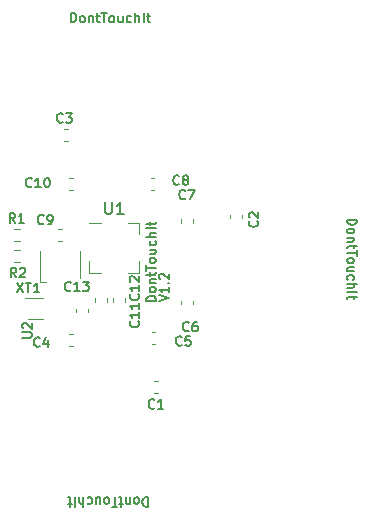
<source format=gbr>
%TF.GenerationSoftware,KiCad,Pcbnew,7.0.5-4d25ed1034~172~ubuntu22.04.1*%
%TF.CreationDate,2023-06-17T18:52:52+02:00*%
%TF.ProjectId,donttouchit,646f6e74-746f-4756-9368-69742e6b6963,rev?*%
%TF.SameCoordinates,Original*%
%TF.FileFunction,Legend,Top*%
%TF.FilePolarity,Positive*%
%FSLAX46Y46*%
G04 Gerber Fmt 4.6, Leading zero omitted, Abs format (unit mm)*
G04 Created by KiCad (PCBNEW 7.0.5-4d25ed1034~172~ubuntu22.04.1) date 2023-06-17 18:52:52*
%MOMM*%
%LPD*%
G01*
G04 APERTURE LIST*
%ADD10C,0.150000*%
%ADD11C,0.120000*%
G04 APERTURE END LIST*
D10*
X141389160Y-62294295D02*
X141389160Y-61494295D01*
X141389160Y-61494295D02*
X141579636Y-61494295D01*
X141579636Y-61494295D02*
X141693922Y-61532390D01*
X141693922Y-61532390D02*
X141770112Y-61608580D01*
X141770112Y-61608580D02*
X141808207Y-61684771D01*
X141808207Y-61684771D02*
X141846303Y-61837152D01*
X141846303Y-61837152D02*
X141846303Y-61951438D01*
X141846303Y-61951438D02*
X141808207Y-62103819D01*
X141808207Y-62103819D02*
X141770112Y-62180009D01*
X141770112Y-62180009D02*
X141693922Y-62256200D01*
X141693922Y-62256200D02*
X141579636Y-62294295D01*
X141579636Y-62294295D02*
X141389160Y-62294295D01*
X142303445Y-62294295D02*
X142227255Y-62256200D01*
X142227255Y-62256200D02*
X142189160Y-62218104D01*
X142189160Y-62218104D02*
X142151064Y-62141914D01*
X142151064Y-62141914D02*
X142151064Y-61913342D01*
X142151064Y-61913342D02*
X142189160Y-61837152D01*
X142189160Y-61837152D02*
X142227255Y-61799057D01*
X142227255Y-61799057D02*
X142303445Y-61760961D01*
X142303445Y-61760961D02*
X142417731Y-61760961D01*
X142417731Y-61760961D02*
X142493922Y-61799057D01*
X142493922Y-61799057D02*
X142532017Y-61837152D01*
X142532017Y-61837152D02*
X142570112Y-61913342D01*
X142570112Y-61913342D02*
X142570112Y-62141914D01*
X142570112Y-62141914D02*
X142532017Y-62218104D01*
X142532017Y-62218104D02*
X142493922Y-62256200D01*
X142493922Y-62256200D02*
X142417731Y-62294295D01*
X142417731Y-62294295D02*
X142303445Y-62294295D01*
X142912970Y-61760961D02*
X142912970Y-62294295D01*
X142912970Y-61837152D02*
X142951065Y-61799057D01*
X142951065Y-61799057D02*
X143027255Y-61760961D01*
X143027255Y-61760961D02*
X143141541Y-61760961D01*
X143141541Y-61760961D02*
X143217732Y-61799057D01*
X143217732Y-61799057D02*
X143255827Y-61875247D01*
X143255827Y-61875247D02*
X143255827Y-62294295D01*
X143522494Y-61760961D02*
X143827256Y-61760961D01*
X143636780Y-61494295D02*
X143636780Y-62180009D01*
X143636780Y-62180009D02*
X143674875Y-62256200D01*
X143674875Y-62256200D02*
X143751065Y-62294295D01*
X143751065Y-62294295D02*
X143827256Y-62294295D01*
X143979637Y-61494295D02*
X144436780Y-61494295D01*
X144208208Y-62294295D02*
X144208208Y-61494295D01*
X144817732Y-62294295D02*
X144741542Y-62256200D01*
X144741542Y-62256200D02*
X144703447Y-62218104D01*
X144703447Y-62218104D02*
X144665351Y-62141914D01*
X144665351Y-62141914D02*
X144665351Y-61913342D01*
X144665351Y-61913342D02*
X144703447Y-61837152D01*
X144703447Y-61837152D02*
X144741542Y-61799057D01*
X144741542Y-61799057D02*
X144817732Y-61760961D01*
X144817732Y-61760961D02*
X144932018Y-61760961D01*
X144932018Y-61760961D02*
X145008209Y-61799057D01*
X145008209Y-61799057D02*
X145046304Y-61837152D01*
X145046304Y-61837152D02*
X145084399Y-61913342D01*
X145084399Y-61913342D02*
X145084399Y-62141914D01*
X145084399Y-62141914D02*
X145046304Y-62218104D01*
X145046304Y-62218104D02*
X145008209Y-62256200D01*
X145008209Y-62256200D02*
X144932018Y-62294295D01*
X144932018Y-62294295D02*
X144817732Y-62294295D01*
X145770114Y-61760961D02*
X145770114Y-62294295D01*
X145427257Y-61760961D02*
X145427257Y-62180009D01*
X145427257Y-62180009D02*
X145465352Y-62256200D01*
X145465352Y-62256200D02*
X145541542Y-62294295D01*
X145541542Y-62294295D02*
X145655828Y-62294295D01*
X145655828Y-62294295D02*
X145732019Y-62256200D01*
X145732019Y-62256200D02*
X145770114Y-62218104D01*
X146493924Y-62256200D02*
X146417733Y-62294295D01*
X146417733Y-62294295D02*
X146265352Y-62294295D01*
X146265352Y-62294295D02*
X146189162Y-62256200D01*
X146189162Y-62256200D02*
X146151067Y-62218104D01*
X146151067Y-62218104D02*
X146112971Y-62141914D01*
X146112971Y-62141914D02*
X146112971Y-61913342D01*
X146112971Y-61913342D02*
X146151067Y-61837152D01*
X146151067Y-61837152D02*
X146189162Y-61799057D01*
X146189162Y-61799057D02*
X146265352Y-61760961D01*
X146265352Y-61760961D02*
X146417733Y-61760961D01*
X146417733Y-61760961D02*
X146493924Y-61799057D01*
X146836781Y-62294295D02*
X146836781Y-61494295D01*
X147179638Y-62294295D02*
X147179638Y-61875247D01*
X147179638Y-61875247D02*
X147141543Y-61799057D01*
X147141543Y-61799057D02*
X147065352Y-61760961D01*
X147065352Y-61760961D02*
X146951066Y-61760961D01*
X146951066Y-61760961D02*
X146874876Y-61799057D01*
X146874876Y-61799057D02*
X146836781Y-61837152D01*
X147560591Y-62294295D02*
X147560591Y-61494295D01*
X147827257Y-61760961D02*
X148132019Y-61760961D01*
X147941543Y-61494295D02*
X147941543Y-62180009D01*
X147941543Y-62180009D02*
X147979638Y-62256200D01*
X147979638Y-62256200D02*
X148055828Y-62294295D01*
X148055828Y-62294295D02*
X148132019Y-62294295D01*
X148894295Y-85925125D02*
X149694295Y-85658458D01*
X149694295Y-85658458D02*
X148894295Y-85391792D01*
X149694295Y-84706078D02*
X149694295Y-85163221D01*
X149694295Y-84934649D02*
X148894295Y-84934649D01*
X148894295Y-84934649D02*
X149008580Y-85010840D01*
X149008580Y-85010840D02*
X149084771Y-85087030D01*
X149084771Y-85087030D02*
X149122866Y-85163221D01*
X149618104Y-84363220D02*
X149656200Y-84325125D01*
X149656200Y-84325125D02*
X149694295Y-84363220D01*
X149694295Y-84363220D02*
X149656200Y-84401316D01*
X149656200Y-84401316D02*
X149618104Y-84363220D01*
X149618104Y-84363220D02*
X149694295Y-84363220D01*
X148970485Y-84020364D02*
X148932390Y-83982268D01*
X148932390Y-83982268D02*
X148894295Y-83906078D01*
X148894295Y-83906078D02*
X148894295Y-83715602D01*
X148894295Y-83715602D02*
X148932390Y-83639411D01*
X148932390Y-83639411D02*
X148970485Y-83601316D01*
X148970485Y-83601316D02*
X149046676Y-83563221D01*
X149046676Y-83563221D02*
X149122866Y-83563221D01*
X149122866Y-83563221D02*
X149237152Y-83601316D01*
X149237152Y-83601316D02*
X149694295Y-84058459D01*
X149694295Y-84058459D02*
X149694295Y-83563221D01*
X147910839Y-102505704D02*
X147910839Y-103305704D01*
X147910839Y-103305704D02*
X147720363Y-103305704D01*
X147720363Y-103305704D02*
X147606077Y-103267609D01*
X147606077Y-103267609D02*
X147529887Y-103191419D01*
X147529887Y-103191419D02*
X147491792Y-103115228D01*
X147491792Y-103115228D02*
X147453696Y-102962847D01*
X147453696Y-102962847D02*
X147453696Y-102848561D01*
X147453696Y-102848561D02*
X147491792Y-102696180D01*
X147491792Y-102696180D02*
X147529887Y-102619990D01*
X147529887Y-102619990D02*
X147606077Y-102543800D01*
X147606077Y-102543800D02*
X147720363Y-102505704D01*
X147720363Y-102505704D02*
X147910839Y-102505704D01*
X146996554Y-102505704D02*
X147072744Y-102543800D01*
X147072744Y-102543800D02*
X147110839Y-102581895D01*
X147110839Y-102581895D02*
X147148935Y-102658085D01*
X147148935Y-102658085D02*
X147148935Y-102886657D01*
X147148935Y-102886657D02*
X147110839Y-102962847D01*
X147110839Y-102962847D02*
X147072744Y-103000942D01*
X147072744Y-103000942D02*
X146996554Y-103039038D01*
X146996554Y-103039038D02*
X146882268Y-103039038D01*
X146882268Y-103039038D02*
X146806077Y-103000942D01*
X146806077Y-103000942D02*
X146767982Y-102962847D01*
X146767982Y-102962847D02*
X146729887Y-102886657D01*
X146729887Y-102886657D02*
X146729887Y-102658085D01*
X146729887Y-102658085D02*
X146767982Y-102581895D01*
X146767982Y-102581895D02*
X146806077Y-102543800D01*
X146806077Y-102543800D02*
X146882268Y-102505704D01*
X146882268Y-102505704D02*
X146996554Y-102505704D01*
X146387029Y-103039038D02*
X146387029Y-102505704D01*
X146387029Y-102962847D02*
X146348934Y-103000942D01*
X146348934Y-103000942D02*
X146272744Y-103039038D01*
X146272744Y-103039038D02*
X146158458Y-103039038D01*
X146158458Y-103039038D02*
X146082267Y-103000942D01*
X146082267Y-103000942D02*
X146044172Y-102924752D01*
X146044172Y-102924752D02*
X146044172Y-102505704D01*
X145777505Y-103039038D02*
X145472743Y-103039038D01*
X145663219Y-103305704D02*
X145663219Y-102619990D01*
X145663219Y-102619990D02*
X145625124Y-102543800D01*
X145625124Y-102543800D02*
X145548934Y-102505704D01*
X145548934Y-102505704D02*
X145472743Y-102505704D01*
X145320362Y-103305704D02*
X144863219Y-103305704D01*
X145091791Y-102505704D02*
X145091791Y-103305704D01*
X144482267Y-102505704D02*
X144558457Y-102543800D01*
X144558457Y-102543800D02*
X144596552Y-102581895D01*
X144596552Y-102581895D02*
X144634648Y-102658085D01*
X144634648Y-102658085D02*
X144634648Y-102886657D01*
X144634648Y-102886657D02*
X144596552Y-102962847D01*
X144596552Y-102962847D02*
X144558457Y-103000942D01*
X144558457Y-103000942D02*
X144482267Y-103039038D01*
X144482267Y-103039038D02*
X144367981Y-103039038D01*
X144367981Y-103039038D02*
X144291790Y-103000942D01*
X144291790Y-103000942D02*
X144253695Y-102962847D01*
X144253695Y-102962847D02*
X144215600Y-102886657D01*
X144215600Y-102886657D02*
X144215600Y-102658085D01*
X144215600Y-102658085D02*
X144253695Y-102581895D01*
X144253695Y-102581895D02*
X144291790Y-102543800D01*
X144291790Y-102543800D02*
X144367981Y-102505704D01*
X144367981Y-102505704D02*
X144482267Y-102505704D01*
X143529885Y-103039038D02*
X143529885Y-102505704D01*
X143872742Y-103039038D02*
X143872742Y-102619990D01*
X143872742Y-102619990D02*
X143834647Y-102543800D01*
X143834647Y-102543800D02*
X143758457Y-102505704D01*
X143758457Y-102505704D02*
X143644171Y-102505704D01*
X143644171Y-102505704D02*
X143567980Y-102543800D01*
X143567980Y-102543800D02*
X143529885Y-102581895D01*
X142806075Y-102543800D02*
X142882266Y-102505704D01*
X142882266Y-102505704D02*
X143034647Y-102505704D01*
X143034647Y-102505704D02*
X143110837Y-102543800D01*
X143110837Y-102543800D02*
X143148932Y-102581895D01*
X143148932Y-102581895D02*
X143187028Y-102658085D01*
X143187028Y-102658085D02*
X143187028Y-102886657D01*
X143187028Y-102886657D02*
X143148932Y-102962847D01*
X143148932Y-102962847D02*
X143110837Y-103000942D01*
X143110837Y-103000942D02*
X143034647Y-103039038D01*
X143034647Y-103039038D02*
X142882266Y-103039038D01*
X142882266Y-103039038D02*
X142806075Y-103000942D01*
X142463218Y-102505704D02*
X142463218Y-103305704D01*
X142120361Y-102505704D02*
X142120361Y-102924752D01*
X142120361Y-102924752D02*
X142158456Y-103000942D01*
X142158456Y-103000942D02*
X142234647Y-103039038D01*
X142234647Y-103039038D02*
X142348933Y-103039038D01*
X142348933Y-103039038D02*
X142425123Y-103000942D01*
X142425123Y-103000942D02*
X142463218Y-102962847D01*
X141739408Y-102505704D02*
X141739408Y-103305704D01*
X141472742Y-103039038D02*
X141167980Y-103039038D01*
X141358456Y-103305704D02*
X141358456Y-102619990D01*
X141358456Y-102619990D02*
X141320361Y-102543800D01*
X141320361Y-102543800D02*
X141244171Y-102505704D01*
X141244171Y-102505704D02*
X141167980Y-102505704D01*
X164805704Y-78989160D02*
X165605704Y-78989160D01*
X165605704Y-78989160D02*
X165605704Y-79179636D01*
X165605704Y-79179636D02*
X165567609Y-79293922D01*
X165567609Y-79293922D02*
X165491419Y-79370112D01*
X165491419Y-79370112D02*
X165415228Y-79408207D01*
X165415228Y-79408207D02*
X165262847Y-79446303D01*
X165262847Y-79446303D02*
X165148561Y-79446303D01*
X165148561Y-79446303D02*
X164996180Y-79408207D01*
X164996180Y-79408207D02*
X164919990Y-79370112D01*
X164919990Y-79370112D02*
X164843800Y-79293922D01*
X164843800Y-79293922D02*
X164805704Y-79179636D01*
X164805704Y-79179636D02*
X164805704Y-78989160D01*
X164805704Y-79903445D02*
X164843800Y-79827255D01*
X164843800Y-79827255D02*
X164881895Y-79789160D01*
X164881895Y-79789160D02*
X164958085Y-79751064D01*
X164958085Y-79751064D02*
X165186657Y-79751064D01*
X165186657Y-79751064D02*
X165262847Y-79789160D01*
X165262847Y-79789160D02*
X165300942Y-79827255D01*
X165300942Y-79827255D02*
X165339038Y-79903445D01*
X165339038Y-79903445D02*
X165339038Y-80017731D01*
X165339038Y-80017731D02*
X165300942Y-80093922D01*
X165300942Y-80093922D02*
X165262847Y-80132017D01*
X165262847Y-80132017D02*
X165186657Y-80170112D01*
X165186657Y-80170112D02*
X164958085Y-80170112D01*
X164958085Y-80170112D02*
X164881895Y-80132017D01*
X164881895Y-80132017D02*
X164843800Y-80093922D01*
X164843800Y-80093922D02*
X164805704Y-80017731D01*
X164805704Y-80017731D02*
X164805704Y-79903445D01*
X165339038Y-80512970D02*
X164805704Y-80512970D01*
X165262847Y-80512970D02*
X165300942Y-80551065D01*
X165300942Y-80551065D02*
X165339038Y-80627255D01*
X165339038Y-80627255D02*
X165339038Y-80741541D01*
X165339038Y-80741541D02*
X165300942Y-80817732D01*
X165300942Y-80817732D02*
X165224752Y-80855827D01*
X165224752Y-80855827D02*
X164805704Y-80855827D01*
X165339038Y-81122494D02*
X165339038Y-81427256D01*
X165605704Y-81236780D02*
X164919990Y-81236780D01*
X164919990Y-81236780D02*
X164843800Y-81274875D01*
X164843800Y-81274875D02*
X164805704Y-81351065D01*
X164805704Y-81351065D02*
X164805704Y-81427256D01*
X165605704Y-81579637D02*
X165605704Y-82036780D01*
X164805704Y-81808208D02*
X165605704Y-81808208D01*
X164805704Y-82417732D02*
X164843800Y-82341542D01*
X164843800Y-82341542D02*
X164881895Y-82303447D01*
X164881895Y-82303447D02*
X164958085Y-82265351D01*
X164958085Y-82265351D02*
X165186657Y-82265351D01*
X165186657Y-82265351D02*
X165262847Y-82303447D01*
X165262847Y-82303447D02*
X165300942Y-82341542D01*
X165300942Y-82341542D02*
X165339038Y-82417732D01*
X165339038Y-82417732D02*
X165339038Y-82532018D01*
X165339038Y-82532018D02*
X165300942Y-82608209D01*
X165300942Y-82608209D02*
X165262847Y-82646304D01*
X165262847Y-82646304D02*
X165186657Y-82684399D01*
X165186657Y-82684399D02*
X164958085Y-82684399D01*
X164958085Y-82684399D02*
X164881895Y-82646304D01*
X164881895Y-82646304D02*
X164843800Y-82608209D01*
X164843800Y-82608209D02*
X164805704Y-82532018D01*
X164805704Y-82532018D02*
X164805704Y-82417732D01*
X165339038Y-83370114D02*
X164805704Y-83370114D01*
X165339038Y-83027257D02*
X164919990Y-83027257D01*
X164919990Y-83027257D02*
X164843800Y-83065352D01*
X164843800Y-83065352D02*
X164805704Y-83141542D01*
X164805704Y-83141542D02*
X164805704Y-83255828D01*
X164805704Y-83255828D02*
X164843800Y-83332019D01*
X164843800Y-83332019D02*
X164881895Y-83370114D01*
X164843800Y-84093924D02*
X164805704Y-84017733D01*
X164805704Y-84017733D02*
X164805704Y-83865352D01*
X164805704Y-83865352D02*
X164843800Y-83789162D01*
X164843800Y-83789162D02*
X164881895Y-83751067D01*
X164881895Y-83751067D02*
X164958085Y-83712971D01*
X164958085Y-83712971D02*
X165186657Y-83712971D01*
X165186657Y-83712971D02*
X165262847Y-83751067D01*
X165262847Y-83751067D02*
X165300942Y-83789162D01*
X165300942Y-83789162D02*
X165339038Y-83865352D01*
X165339038Y-83865352D02*
X165339038Y-84017733D01*
X165339038Y-84017733D02*
X165300942Y-84093924D01*
X164805704Y-84436781D02*
X165605704Y-84436781D01*
X164805704Y-84779638D02*
X165224752Y-84779638D01*
X165224752Y-84779638D02*
X165300942Y-84741543D01*
X165300942Y-84741543D02*
X165339038Y-84665352D01*
X165339038Y-84665352D02*
X165339038Y-84551066D01*
X165339038Y-84551066D02*
X165300942Y-84474876D01*
X165300942Y-84474876D02*
X165262847Y-84436781D01*
X164805704Y-85160591D02*
X165605704Y-85160591D01*
X165339038Y-85427257D02*
X165339038Y-85732019D01*
X165605704Y-85541543D02*
X164919990Y-85541543D01*
X164919990Y-85541543D02*
X164843800Y-85579638D01*
X164843800Y-85579638D02*
X164805704Y-85655828D01*
X164805704Y-85655828D02*
X164805704Y-85732019D01*
X148594295Y-85910839D02*
X147794295Y-85910839D01*
X147794295Y-85910839D02*
X147794295Y-85720363D01*
X147794295Y-85720363D02*
X147832390Y-85606077D01*
X147832390Y-85606077D02*
X147908580Y-85529887D01*
X147908580Y-85529887D02*
X147984771Y-85491792D01*
X147984771Y-85491792D02*
X148137152Y-85453696D01*
X148137152Y-85453696D02*
X148251438Y-85453696D01*
X148251438Y-85453696D02*
X148403819Y-85491792D01*
X148403819Y-85491792D02*
X148480009Y-85529887D01*
X148480009Y-85529887D02*
X148556200Y-85606077D01*
X148556200Y-85606077D02*
X148594295Y-85720363D01*
X148594295Y-85720363D02*
X148594295Y-85910839D01*
X148594295Y-84996554D02*
X148556200Y-85072744D01*
X148556200Y-85072744D02*
X148518104Y-85110839D01*
X148518104Y-85110839D02*
X148441914Y-85148935D01*
X148441914Y-85148935D02*
X148213342Y-85148935D01*
X148213342Y-85148935D02*
X148137152Y-85110839D01*
X148137152Y-85110839D02*
X148099057Y-85072744D01*
X148099057Y-85072744D02*
X148060961Y-84996554D01*
X148060961Y-84996554D02*
X148060961Y-84882268D01*
X148060961Y-84882268D02*
X148099057Y-84806077D01*
X148099057Y-84806077D02*
X148137152Y-84767982D01*
X148137152Y-84767982D02*
X148213342Y-84729887D01*
X148213342Y-84729887D02*
X148441914Y-84729887D01*
X148441914Y-84729887D02*
X148518104Y-84767982D01*
X148518104Y-84767982D02*
X148556200Y-84806077D01*
X148556200Y-84806077D02*
X148594295Y-84882268D01*
X148594295Y-84882268D02*
X148594295Y-84996554D01*
X148060961Y-84387029D02*
X148594295Y-84387029D01*
X148137152Y-84387029D02*
X148099057Y-84348934D01*
X148099057Y-84348934D02*
X148060961Y-84272744D01*
X148060961Y-84272744D02*
X148060961Y-84158458D01*
X148060961Y-84158458D02*
X148099057Y-84082267D01*
X148099057Y-84082267D02*
X148175247Y-84044172D01*
X148175247Y-84044172D02*
X148594295Y-84044172D01*
X148060961Y-83777505D02*
X148060961Y-83472743D01*
X147794295Y-83663219D02*
X148480009Y-83663219D01*
X148480009Y-83663219D02*
X148556200Y-83625124D01*
X148556200Y-83625124D02*
X148594295Y-83548934D01*
X148594295Y-83548934D02*
X148594295Y-83472743D01*
X147794295Y-83320362D02*
X147794295Y-82863219D01*
X148594295Y-83091791D02*
X147794295Y-83091791D01*
X148594295Y-82482267D02*
X148556200Y-82558457D01*
X148556200Y-82558457D02*
X148518104Y-82596552D01*
X148518104Y-82596552D02*
X148441914Y-82634648D01*
X148441914Y-82634648D02*
X148213342Y-82634648D01*
X148213342Y-82634648D02*
X148137152Y-82596552D01*
X148137152Y-82596552D02*
X148099057Y-82558457D01*
X148099057Y-82558457D02*
X148060961Y-82482267D01*
X148060961Y-82482267D02*
X148060961Y-82367981D01*
X148060961Y-82367981D02*
X148099057Y-82291790D01*
X148099057Y-82291790D02*
X148137152Y-82253695D01*
X148137152Y-82253695D02*
X148213342Y-82215600D01*
X148213342Y-82215600D02*
X148441914Y-82215600D01*
X148441914Y-82215600D02*
X148518104Y-82253695D01*
X148518104Y-82253695D02*
X148556200Y-82291790D01*
X148556200Y-82291790D02*
X148594295Y-82367981D01*
X148594295Y-82367981D02*
X148594295Y-82482267D01*
X148060961Y-81529885D02*
X148594295Y-81529885D01*
X148060961Y-81872742D02*
X148480009Y-81872742D01*
X148480009Y-81872742D02*
X148556200Y-81834647D01*
X148556200Y-81834647D02*
X148594295Y-81758457D01*
X148594295Y-81758457D02*
X148594295Y-81644171D01*
X148594295Y-81644171D02*
X148556200Y-81567980D01*
X148556200Y-81567980D02*
X148518104Y-81529885D01*
X148556200Y-80806075D02*
X148594295Y-80882266D01*
X148594295Y-80882266D02*
X148594295Y-81034647D01*
X148594295Y-81034647D02*
X148556200Y-81110837D01*
X148556200Y-81110837D02*
X148518104Y-81148932D01*
X148518104Y-81148932D02*
X148441914Y-81187028D01*
X148441914Y-81187028D02*
X148213342Y-81187028D01*
X148213342Y-81187028D02*
X148137152Y-81148932D01*
X148137152Y-81148932D02*
X148099057Y-81110837D01*
X148099057Y-81110837D02*
X148060961Y-81034647D01*
X148060961Y-81034647D02*
X148060961Y-80882266D01*
X148060961Y-80882266D02*
X148099057Y-80806075D01*
X148594295Y-80463218D02*
X147794295Y-80463218D01*
X148594295Y-80120361D02*
X148175247Y-80120361D01*
X148175247Y-80120361D02*
X148099057Y-80158456D01*
X148099057Y-80158456D02*
X148060961Y-80234647D01*
X148060961Y-80234647D02*
X148060961Y-80348933D01*
X148060961Y-80348933D02*
X148099057Y-80425123D01*
X148099057Y-80425123D02*
X148137152Y-80463218D01*
X148594295Y-79739408D02*
X147794295Y-79739408D01*
X148060961Y-79472742D02*
X148060961Y-79167980D01*
X147794295Y-79358456D02*
X148480009Y-79358456D01*
X148480009Y-79358456D02*
X148556200Y-79320361D01*
X148556200Y-79320361D02*
X148594295Y-79244171D01*
X148594295Y-79244171D02*
X148594295Y-79167980D01*
%TO.C,U1*%
X144300595Y-77522319D02*
X144300595Y-78331842D01*
X144300595Y-78331842D02*
X144348214Y-78427080D01*
X144348214Y-78427080D02*
X144395833Y-78474700D01*
X144395833Y-78474700D02*
X144491071Y-78522319D01*
X144491071Y-78522319D02*
X144681547Y-78522319D01*
X144681547Y-78522319D02*
X144776785Y-78474700D01*
X144776785Y-78474700D02*
X144824404Y-78427080D01*
X144824404Y-78427080D02*
X144872023Y-78331842D01*
X144872023Y-78331842D02*
X144872023Y-77522319D01*
X145872023Y-78522319D02*
X145300595Y-78522319D01*
X145586309Y-78522319D02*
X145586309Y-77522319D01*
X145586309Y-77522319D02*
X145491071Y-77665176D01*
X145491071Y-77665176D02*
X145395833Y-77760414D01*
X145395833Y-77760414D02*
X145300595Y-77808033D01*
%TO.C,C3*%
X140720400Y-70706104D02*
X140682304Y-70744200D01*
X140682304Y-70744200D02*
X140568019Y-70782295D01*
X140568019Y-70782295D02*
X140491828Y-70782295D01*
X140491828Y-70782295D02*
X140377542Y-70744200D01*
X140377542Y-70744200D02*
X140301352Y-70668009D01*
X140301352Y-70668009D02*
X140263257Y-70591819D01*
X140263257Y-70591819D02*
X140225161Y-70439438D01*
X140225161Y-70439438D02*
X140225161Y-70325152D01*
X140225161Y-70325152D02*
X140263257Y-70172771D01*
X140263257Y-70172771D02*
X140301352Y-70096580D01*
X140301352Y-70096580D02*
X140377542Y-70020390D01*
X140377542Y-70020390D02*
X140491828Y-69982295D01*
X140491828Y-69982295D02*
X140568019Y-69982295D01*
X140568019Y-69982295D02*
X140682304Y-70020390D01*
X140682304Y-70020390D02*
X140720400Y-70058485D01*
X140987066Y-69982295D02*
X141482304Y-69982295D01*
X141482304Y-69982295D02*
X141215638Y-70287057D01*
X141215638Y-70287057D02*
X141329923Y-70287057D01*
X141329923Y-70287057D02*
X141406114Y-70325152D01*
X141406114Y-70325152D02*
X141444209Y-70363247D01*
X141444209Y-70363247D02*
X141482304Y-70439438D01*
X141482304Y-70439438D02*
X141482304Y-70629914D01*
X141482304Y-70629914D02*
X141444209Y-70706104D01*
X141444209Y-70706104D02*
X141406114Y-70744200D01*
X141406114Y-70744200D02*
X141329923Y-70782295D01*
X141329923Y-70782295D02*
X141101352Y-70782295D01*
X141101352Y-70782295D02*
X141025161Y-70744200D01*
X141025161Y-70744200D02*
X140987066Y-70706104D01*
%TO.C,XT1*%
X136847618Y-84362295D02*
X137380952Y-85162295D01*
X137380952Y-84362295D02*
X136847618Y-85162295D01*
X137571428Y-84362295D02*
X138028571Y-84362295D01*
X137799999Y-85162295D02*
X137799999Y-84362295D01*
X138714285Y-85162295D02*
X138257142Y-85162295D01*
X138485714Y-85162295D02*
X138485714Y-84362295D01*
X138485714Y-84362295D02*
X138409523Y-84476580D01*
X138409523Y-84476580D02*
X138333333Y-84552771D01*
X138333333Y-84552771D02*
X138257142Y-84590866D01*
%TO.C,C1*%
X148466667Y-94916104D02*
X148428571Y-94954200D01*
X148428571Y-94954200D02*
X148314286Y-94992295D01*
X148314286Y-94992295D02*
X148238095Y-94992295D01*
X148238095Y-94992295D02*
X148123809Y-94954200D01*
X148123809Y-94954200D02*
X148047619Y-94878009D01*
X148047619Y-94878009D02*
X148009524Y-94801819D01*
X148009524Y-94801819D02*
X147971428Y-94649438D01*
X147971428Y-94649438D02*
X147971428Y-94535152D01*
X147971428Y-94535152D02*
X148009524Y-94382771D01*
X148009524Y-94382771D02*
X148047619Y-94306580D01*
X148047619Y-94306580D02*
X148123809Y-94230390D01*
X148123809Y-94230390D02*
X148238095Y-94192295D01*
X148238095Y-94192295D02*
X148314286Y-94192295D01*
X148314286Y-94192295D02*
X148428571Y-94230390D01*
X148428571Y-94230390D02*
X148466667Y-94268485D01*
X149228571Y-94992295D02*
X148771428Y-94992295D01*
X149000000Y-94992295D02*
X149000000Y-94192295D01*
X149000000Y-94192295D02*
X148923809Y-94306580D01*
X148923809Y-94306580D02*
X148847619Y-94382771D01*
X148847619Y-94382771D02*
X148771428Y-94420866D01*
%TO.C,C10*%
X138085714Y-76186104D02*
X138047618Y-76224200D01*
X138047618Y-76224200D02*
X137933333Y-76262295D01*
X137933333Y-76262295D02*
X137857142Y-76262295D01*
X137857142Y-76262295D02*
X137742856Y-76224200D01*
X137742856Y-76224200D02*
X137666666Y-76148009D01*
X137666666Y-76148009D02*
X137628571Y-76071819D01*
X137628571Y-76071819D02*
X137590475Y-75919438D01*
X137590475Y-75919438D02*
X137590475Y-75805152D01*
X137590475Y-75805152D02*
X137628571Y-75652771D01*
X137628571Y-75652771D02*
X137666666Y-75576580D01*
X137666666Y-75576580D02*
X137742856Y-75500390D01*
X137742856Y-75500390D02*
X137857142Y-75462295D01*
X137857142Y-75462295D02*
X137933333Y-75462295D01*
X137933333Y-75462295D02*
X138047618Y-75500390D01*
X138047618Y-75500390D02*
X138085714Y-75538485D01*
X138847618Y-76262295D02*
X138390475Y-76262295D01*
X138619047Y-76262295D02*
X138619047Y-75462295D01*
X138619047Y-75462295D02*
X138542856Y-75576580D01*
X138542856Y-75576580D02*
X138466666Y-75652771D01*
X138466666Y-75652771D02*
X138390475Y-75690866D01*
X139342857Y-75462295D02*
X139419047Y-75462295D01*
X139419047Y-75462295D02*
X139495238Y-75500390D01*
X139495238Y-75500390D02*
X139533333Y-75538485D01*
X139533333Y-75538485D02*
X139571428Y-75614676D01*
X139571428Y-75614676D02*
X139609523Y-75767057D01*
X139609523Y-75767057D02*
X139609523Y-75957533D01*
X139609523Y-75957533D02*
X139571428Y-76109914D01*
X139571428Y-76109914D02*
X139533333Y-76186104D01*
X139533333Y-76186104D02*
X139495238Y-76224200D01*
X139495238Y-76224200D02*
X139419047Y-76262295D01*
X139419047Y-76262295D02*
X139342857Y-76262295D01*
X139342857Y-76262295D02*
X139266666Y-76224200D01*
X139266666Y-76224200D02*
X139228571Y-76186104D01*
X139228571Y-76186104D02*
X139190476Y-76109914D01*
X139190476Y-76109914D02*
X139152380Y-75957533D01*
X139152380Y-75957533D02*
X139152380Y-75767057D01*
X139152380Y-75767057D02*
X139190476Y-75614676D01*
X139190476Y-75614676D02*
X139228571Y-75538485D01*
X139228571Y-75538485D02*
X139266666Y-75500390D01*
X139266666Y-75500390D02*
X139342857Y-75462295D01*
%TO.C,C6*%
X151366667Y-88386104D02*
X151328571Y-88424200D01*
X151328571Y-88424200D02*
X151214286Y-88462295D01*
X151214286Y-88462295D02*
X151138095Y-88462295D01*
X151138095Y-88462295D02*
X151023809Y-88424200D01*
X151023809Y-88424200D02*
X150947619Y-88348009D01*
X150947619Y-88348009D02*
X150909524Y-88271819D01*
X150909524Y-88271819D02*
X150871428Y-88119438D01*
X150871428Y-88119438D02*
X150871428Y-88005152D01*
X150871428Y-88005152D02*
X150909524Y-87852771D01*
X150909524Y-87852771D02*
X150947619Y-87776580D01*
X150947619Y-87776580D02*
X151023809Y-87700390D01*
X151023809Y-87700390D02*
X151138095Y-87662295D01*
X151138095Y-87662295D02*
X151214286Y-87662295D01*
X151214286Y-87662295D02*
X151328571Y-87700390D01*
X151328571Y-87700390D02*
X151366667Y-87738485D01*
X152052381Y-87662295D02*
X151900000Y-87662295D01*
X151900000Y-87662295D02*
X151823809Y-87700390D01*
X151823809Y-87700390D02*
X151785714Y-87738485D01*
X151785714Y-87738485D02*
X151709524Y-87852771D01*
X151709524Y-87852771D02*
X151671428Y-88005152D01*
X151671428Y-88005152D02*
X151671428Y-88309914D01*
X151671428Y-88309914D02*
X151709524Y-88386104D01*
X151709524Y-88386104D02*
X151747619Y-88424200D01*
X151747619Y-88424200D02*
X151823809Y-88462295D01*
X151823809Y-88462295D02*
X151976190Y-88462295D01*
X151976190Y-88462295D02*
X152052381Y-88424200D01*
X152052381Y-88424200D02*
X152090476Y-88386104D01*
X152090476Y-88386104D02*
X152128571Y-88309914D01*
X152128571Y-88309914D02*
X152128571Y-88119438D01*
X152128571Y-88119438D02*
X152090476Y-88043247D01*
X152090476Y-88043247D02*
X152052381Y-88005152D01*
X152052381Y-88005152D02*
X151976190Y-87967057D01*
X151976190Y-87967057D02*
X151823809Y-87967057D01*
X151823809Y-87967057D02*
X151747619Y-88005152D01*
X151747619Y-88005152D02*
X151709524Y-88043247D01*
X151709524Y-88043247D02*
X151671428Y-88119438D01*
%TO.C,C2*%
X157186104Y-79123332D02*
X157224200Y-79161428D01*
X157224200Y-79161428D02*
X157262295Y-79275713D01*
X157262295Y-79275713D02*
X157262295Y-79351904D01*
X157262295Y-79351904D02*
X157224200Y-79466190D01*
X157224200Y-79466190D02*
X157148009Y-79542380D01*
X157148009Y-79542380D02*
X157071819Y-79580475D01*
X157071819Y-79580475D02*
X156919438Y-79618571D01*
X156919438Y-79618571D02*
X156805152Y-79618571D01*
X156805152Y-79618571D02*
X156652771Y-79580475D01*
X156652771Y-79580475D02*
X156576580Y-79542380D01*
X156576580Y-79542380D02*
X156500390Y-79466190D01*
X156500390Y-79466190D02*
X156462295Y-79351904D01*
X156462295Y-79351904D02*
X156462295Y-79275713D01*
X156462295Y-79275713D02*
X156500390Y-79161428D01*
X156500390Y-79161428D02*
X156538485Y-79123332D01*
X156538485Y-78818571D02*
X156500390Y-78780475D01*
X156500390Y-78780475D02*
X156462295Y-78704285D01*
X156462295Y-78704285D02*
X156462295Y-78513809D01*
X156462295Y-78513809D02*
X156500390Y-78437618D01*
X156500390Y-78437618D02*
X156538485Y-78399523D01*
X156538485Y-78399523D02*
X156614676Y-78361428D01*
X156614676Y-78361428D02*
X156690866Y-78361428D01*
X156690866Y-78361428D02*
X156805152Y-78399523D01*
X156805152Y-78399523D02*
X157262295Y-78856666D01*
X157262295Y-78856666D02*
X157262295Y-78361428D01*
%TO.C,C4*%
X138766667Y-89686104D02*
X138728571Y-89724200D01*
X138728571Y-89724200D02*
X138614286Y-89762295D01*
X138614286Y-89762295D02*
X138538095Y-89762295D01*
X138538095Y-89762295D02*
X138423809Y-89724200D01*
X138423809Y-89724200D02*
X138347619Y-89648009D01*
X138347619Y-89648009D02*
X138309524Y-89571819D01*
X138309524Y-89571819D02*
X138271428Y-89419438D01*
X138271428Y-89419438D02*
X138271428Y-89305152D01*
X138271428Y-89305152D02*
X138309524Y-89152771D01*
X138309524Y-89152771D02*
X138347619Y-89076580D01*
X138347619Y-89076580D02*
X138423809Y-89000390D01*
X138423809Y-89000390D02*
X138538095Y-88962295D01*
X138538095Y-88962295D02*
X138614286Y-88962295D01*
X138614286Y-88962295D02*
X138728571Y-89000390D01*
X138728571Y-89000390D02*
X138766667Y-89038485D01*
X139452381Y-89228961D02*
X139452381Y-89762295D01*
X139261905Y-88924200D02*
X139071428Y-89495628D01*
X139071428Y-89495628D02*
X139566667Y-89495628D01*
%TO.C,C5*%
X150766667Y-89586104D02*
X150728571Y-89624200D01*
X150728571Y-89624200D02*
X150614286Y-89662295D01*
X150614286Y-89662295D02*
X150538095Y-89662295D01*
X150538095Y-89662295D02*
X150423809Y-89624200D01*
X150423809Y-89624200D02*
X150347619Y-89548009D01*
X150347619Y-89548009D02*
X150309524Y-89471819D01*
X150309524Y-89471819D02*
X150271428Y-89319438D01*
X150271428Y-89319438D02*
X150271428Y-89205152D01*
X150271428Y-89205152D02*
X150309524Y-89052771D01*
X150309524Y-89052771D02*
X150347619Y-88976580D01*
X150347619Y-88976580D02*
X150423809Y-88900390D01*
X150423809Y-88900390D02*
X150538095Y-88862295D01*
X150538095Y-88862295D02*
X150614286Y-88862295D01*
X150614286Y-88862295D02*
X150728571Y-88900390D01*
X150728571Y-88900390D02*
X150766667Y-88938485D01*
X151490476Y-88862295D02*
X151109524Y-88862295D01*
X151109524Y-88862295D02*
X151071428Y-89243247D01*
X151071428Y-89243247D02*
X151109524Y-89205152D01*
X151109524Y-89205152D02*
X151185714Y-89167057D01*
X151185714Y-89167057D02*
X151376190Y-89167057D01*
X151376190Y-89167057D02*
X151452381Y-89205152D01*
X151452381Y-89205152D02*
X151490476Y-89243247D01*
X151490476Y-89243247D02*
X151528571Y-89319438D01*
X151528571Y-89319438D02*
X151528571Y-89509914D01*
X151528571Y-89509914D02*
X151490476Y-89586104D01*
X151490476Y-89586104D02*
X151452381Y-89624200D01*
X151452381Y-89624200D02*
X151376190Y-89662295D01*
X151376190Y-89662295D02*
X151185714Y-89662295D01*
X151185714Y-89662295D02*
X151109524Y-89624200D01*
X151109524Y-89624200D02*
X151071428Y-89586104D01*
%TO.C,R2*%
X136766667Y-83862295D02*
X136500000Y-83481342D01*
X136309524Y-83862295D02*
X136309524Y-83062295D01*
X136309524Y-83062295D02*
X136614286Y-83062295D01*
X136614286Y-83062295D02*
X136690476Y-83100390D01*
X136690476Y-83100390D02*
X136728571Y-83138485D01*
X136728571Y-83138485D02*
X136766667Y-83214676D01*
X136766667Y-83214676D02*
X136766667Y-83328961D01*
X136766667Y-83328961D02*
X136728571Y-83405152D01*
X136728571Y-83405152D02*
X136690476Y-83443247D01*
X136690476Y-83443247D02*
X136614286Y-83481342D01*
X136614286Y-83481342D02*
X136309524Y-83481342D01*
X137071428Y-83138485D02*
X137109524Y-83100390D01*
X137109524Y-83100390D02*
X137185714Y-83062295D01*
X137185714Y-83062295D02*
X137376190Y-83062295D01*
X137376190Y-83062295D02*
X137452381Y-83100390D01*
X137452381Y-83100390D02*
X137490476Y-83138485D01*
X137490476Y-83138485D02*
X137528571Y-83214676D01*
X137528571Y-83214676D02*
X137528571Y-83290866D01*
X137528571Y-83290866D02*
X137490476Y-83405152D01*
X137490476Y-83405152D02*
X137033333Y-83862295D01*
X137033333Y-83862295D02*
X137528571Y-83862295D01*
%TO.C,U2*%
X137262295Y-89009523D02*
X137909914Y-89009523D01*
X137909914Y-89009523D02*
X137986104Y-88971428D01*
X137986104Y-88971428D02*
X138024200Y-88933333D01*
X138024200Y-88933333D02*
X138062295Y-88857142D01*
X138062295Y-88857142D02*
X138062295Y-88704761D01*
X138062295Y-88704761D02*
X138024200Y-88628571D01*
X138024200Y-88628571D02*
X137986104Y-88590476D01*
X137986104Y-88590476D02*
X137909914Y-88552380D01*
X137909914Y-88552380D02*
X137262295Y-88552380D01*
X137338485Y-88209524D02*
X137300390Y-88171428D01*
X137300390Y-88171428D02*
X137262295Y-88095238D01*
X137262295Y-88095238D02*
X137262295Y-87904762D01*
X137262295Y-87904762D02*
X137300390Y-87828571D01*
X137300390Y-87828571D02*
X137338485Y-87790476D01*
X137338485Y-87790476D02*
X137414676Y-87752381D01*
X137414676Y-87752381D02*
X137490866Y-87752381D01*
X137490866Y-87752381D02*
X137605152Y-87790476D01*
X137605152Y-87790476D02*
X138062295Y-88247619D01*
X138062295Y-88247619D02*
X138062295Y-87752381D01*
%TO.C,C8*%
X150566667Y-75986104D02*
X150528571Y-76024200D01*
X150528571Y-76024200D02*
X150414286Y-76062295D01*
X150414286Y-76062295D02*
X150338095Y-76062295D01*
X150338095Y-76062295D02*
X150223809Y-76024200D01*
X150223809Y-76024200D02*
X150147619Y-75948009D01*
X150147619Y-75948009D02*
X150109524Y-75871819D01*
X150109524Y-75871819D02*
X150071428Y-75719438D01*
X150071428Y-75719438D02*
X150071428Y-75605152D01*
X150071428Y-75605152D02*
X150109524Y-75452771D01*
X150109524Y-75452771D02*
X150147619Y-75376580D01*
X150147619Y-75376580D02*
X150223809Y-75300390D01*
X150223809Y-75300390D02*
X150338095Y-75262295D01*
X150338095Y-75262295D02*
X150414286Y-75262295D01*
X150414286Y-75262295D02*
X150528571Y-75300390D01*
X150528571Y-75300390D02*
X150566667Y-75338485D01*
X151023809Y-75605152D02*
X150947619Y-75567057D01*
X150947619Y-75567057D02*
X150909524Y-75528961D01*
X150909524Y-75528961D02*
X150871428Y-75452771D01*
X150871428Y-75452771D02*
X150871428Y-75414676D01*
X150871428Y-75414676D02*
X150909524Y-75338485D01*
X150909524Y-75338485D02*
X150947619Y-75300390D01*
X150947619Y-75300390D02*
X151023809Y-75262295D01*
X151023809Y-75262295D02*
X151176190Y-75262295D01*
X151176190Y-75262295D02*
X151252381Y-75300390D01*
X151252381Y-75300390D02*
X151290476Y-75338485D01*
X151290476Y-75338485D02*
X151328571Y-75414676D01*
X151328571Y-75414676D02*
X151328571Y-75452771D01*
X151328571Y-75452771D02*
X151290476Y-75528961D01*
X151290476Y-75528961D02*
X151252381Y-75567057D01*
X151252381Y-75567057D02*
X151176190Y-75605152D01*
X151176190Y-75605152D02*
X151023809Y-75605152D01*
X151023809Y-75605152D02*
X150947619Y-75643247D01*
X150947619Y-75643247D02*
X150909524Y-75681342D01*
X150909524Y-75681342D02*
X150871428Y-75757533D01*
X150871428Y-75757533D02*
X150871428Y-75909914D01*
X150871428Y-75909914D02*
X150909524Y-75986104D01*
X150909524Y-75986104D02*
X150947619Y-76024200D01*
X150947619Y-76024200D02*
X151023809Y-76062295D01*
X151023809Y-76062295D02*
X151176190Y-76062295D01*
X151176190Y-76062295D02*
X151252381Y-76024200D01*
X151252381Y-76024200D02*
X151290476Y-75986104D01*
X151290476Y-75986104D02*
X151328571Y-75909914D01*
X151328571Y-75909914D02*
X151328571Y-75757533D01*
X151328571Y-75757533D02*
X151290476Y-75681342D01*
X151290476Y-75681342D02*
X151252381Y-75643247D01*
X151252381Y-75643247D02*
X151176190Y-75605152D01*
%TO.C,C11*%
X147086104Y-87614285D02*
X147124200Y-87652381D01*
X147124200Y-87652381D02*
X147162295Y-87766666D01*
X147162295Y-87766666D02*
X147162295Y-87842857D01*
X147162295Y-87842857D02*
X147124200Y-87957143D01*
X147124200Y-87957143D02*
X147048009Y-88033333D01*
X147048009Y-88033333D02*
X146971819Y-88071428D01*
X146971819Y-88071428D02*
X146819438Y-88109524D01*
X146819438Y-88109524D02*
X146705152Y-88109524D01*
X146705152Y-88109524D02*
X146552771Y-88071428D01*
X146552771Y-88071428D02*
X146476580Y-88033333D01*
X146476580Y-88033333D02*
X146400390Y-87957143D01*
X146400390Y-87957143D02*
X146362295Y-87842857D01*
X146362295Y-87842857D02*
X146362295Y-87766666D01*
X146362295Y-87766666D02*
X146400390Y-87652381D01*
X146400390Y-87652381D02*
X146438485Y-87614285D01*
X147162295Y-86852381D02*
X147162295Y-87309524D01*
X147162295Y-87080952D02*
X146362295Y-87080952D01*
X146362295Y-87080952D02*
X146476580Y-87157143D01*
X146476580Y-87157143D02*
X146552771Y-87233333D01*
X146552771Y-87233333D02*
X146590866Y-87309524D01*
X147162295Y-86090476D02*
X147162295Y-86547619D01*
X147162295Y-86319047D02*
X146362295Y-86319047D01*
X146362295Y-86319047D02*
X146476580Y-86395238D01*
X146476580Y-86395238D02*
X146552771Y-86471428D01*
X146552771Y-86471428D02*
X146590866Y-86547619D01*
%TO.C,C9*%
X139079167Y-79323604D02*
X139041071Y-79361700D01*
X139041071Y-79361700D02*
X138926786Y-79399795D01*
X138926786Y-79399795D02*
X138850595Y-79399795D01*
X138850595Y-79399795D02*
X138736309Y-79361700D01*
X138736309Y-79361700D02*
X138660119Y-79285509D01*
X138660119Y-79285509D02*
X138622024Y-79209319D01*
X138622024Y-79209319D02*
X138583928Y-79056938D01*
X138583928Y-79056938D02*
X138583928Y-78942652D01*
X138583928Y-78942652D02*
X138622024Y-78790271D01*
X138622024Y-78790271D02*
X138660119Y-78714080D01*
X138660119Y-78714080D02*
X138736309Y-78637890D01*
X138736309Y-78637890D02*
X138850595Y-78599795D01*
X138850595Y-78599795D02*
X138926786Y-78599795D01*
X138926786Y-78599795D02*
X139041071Y-78637890D01*
X139041071Y-78637890D02*
X139079167Y-78675985D01*
X139460119Y-79399795D02*
X139612500Y-79399795D01*
X139612500Y-79399795D02*
X139688690Y-79361700D01*
X139688690Y-79361700D02*
X139726786Y-79323604D01*
X139726786Y-79323604D02*
X139802976Y-79209319D01*
X139802976Y-79209319D02*
X139841071Y-79056938D01*
X139841071Y-79056938D02*
X139841071Y-78752176D01*
X139841071Y-78752176D02*
X139802976Y-78675985D01*
X139802976Y-78675985D02*
X139764881Y-78637890D01*
X139764881Y-78637890D02*
X139688690Y-78599795D01*
X139688690Y-78599795D02*
X139536309Y-78599795D01*
X139536309Y-78599795D02*
X139460119Y-78637890D01*
X139460119Y-78637890D02*
X139422024Y-78675985D01*
X139422024Y-78675985D02*
X139383928Y-78752176D01*
X139383928Y-78752176D02*
X139383928Y-78942652D01*
X139383928Y-78942652D02*
X139422024Y-79018842D01*
X139422024Y-79018842D02*
X139460119Y-79056938D01*
X139460119Y-79056938D02*
X139536309Y-79095033D01*
X139536309Y-79095033D02*
X139688690Y-79095033D01*
X139688690Y-79095033D02*
X139764881Y-79056938D01*
X139764881Y-79056938D02*
X139802976Y-79018842D01*
X139802976Y-79018842D02*
X139841071Y-78942652D01*
%TO.C,C13*%
X141385714Y-84986104D02*
X141347618Y-85024200D01*
X141347618Y-85024200D02*
X141233333Y-85062295D01*
X141233333Y-85062295D02*
X141157142Y-85062295D01*
X141157142Y-85062295D02*
X141042856Y-85024200D01*
X141042856Y-85024200D02*
X140966666Y-84948009D01*
X140966666Y-84948009D02*
X140928571Y-84871819D01*
X140928571Y-84871819D02*
X140890475Y-84719438D01*
X140890475Y-84719438D02*
X140890475Y-84605152D01*
X140890475Y-84605152D02*
X140928571Y-84452771D01*
X140928571Y-84452771D02*
X140966666Y-84376580D01*
X140966666Y-84376580D02*
X141042856Y-84300390D01*
X141042856Y-84300390D02*
X141157142Y-84262295D01*
X141157142Y-84262295D02*
X141233333Y-84262295D01*
X141233333Y-84262295D02*
X141347618Y-84300390D01*
X141347618Y-84300390D02*
X141385714Y-84338485D01*
X142147618Y-85062295D02*
X141690475Y-85062295D01*
X141919047Y-85062295D02*
X141919047Y-84262295D01*
X141919047Y-84262295D02*
X141842856Y-84376580D01*
X141842856Y-84376580D02*
X141766666Y-84452771D01*
X141766666Y-84452771D02*
X141690475Y-84490866D01*
X142414285Y-84262295D02*
X142909523Y-84262295D01*
X142909523Y-84262295D02*
X142642857Y-84567057D01*
X142642857Y-84567057D02*
X142757142Y-84567057D01*
X142757142Y-84567057D02*
X142833333Y-84605152D01*
X142833333Y-84605152D02*
X142871428Y-84643247D01*
X142871428Y-84643247D02*
X142909523Y-84719438D01*
X142909523Y-84719438D02*
X142909523Y-84909914D01*
X142909523Y-84909914D02*
X142871428Y-84986104D01*
X142871428Y-84986104D02*
X142833333Y-85024200D01*
X142833333Y-85024200D02*
X142757142Y-85062295D01*
X142757142Y-85062295D02*
X142528571Y-85062295D01*
X142528571Y-85062295D02*
X142452380Y-85024200D01*
X142452380Y-85024200D02*
X142414285Y-84986104D01*
%TO.C,R1*%
X136666667Y-79262295D02*
X136400000Y-78881342D01*
X136209524Y-79262295D02*
X136209524Y-78462295D01*
X136209524Y-78462295D02*
X136514286Y-78462295D01*
X136514286Y-78462295D02*
X136590476Y-78500390D01*
X136590476Y-78500390D02*
X136628571Y-78538485D01*
X136628571Y-78538485D02*
X136666667Y-78614676D01*
X136666667Y-78614676D02*
X136666667Y-78728961D01*
X136666667Y-78728961D02*
X136628571Y-78805152D01*
X136628571Y-78805152D02*
X136590476Y-78843247D01*
X136590476Y-78843247D02*
X136514286Y-78881342D01*
X136514286Y-78881342D02*
X136209524Y-78881342D01*
X137428571Y-79262295D02*
X136971428Y-79262295D01*
X137200000Y-79262295D02*
X137200000Y-78462295D01*
X137200000Y-78462295D02*
X137123809Y-78576580D01*
X137123809Y-78576580D02*
X137047619Y-78652771D01*
X137047619Y-78652771D02*
X136971428Y-78690866D01*
%TO.C,C7*%
X151066667Y-77186104D02*
X151028571Y-77224200D01*
X151028571Y-77224200D02*
X150914286Y-77262295D01*
X150914286Y-77262295D02*
X150838095Y-77262295D01*
X150838095Y-77262295D02*
X150723809Y-77224200D01*
X150723809Y-77224200D02*
X150647619Y-77148009D01*
X150647619Y-77148009D02*
X150609524Y-77071819D01*
X150609524Y-77071819D02*
X150571428Y-76919438D01*
X150571428Y-76919438D02*
X150571428Y-76805152D01*
X150571428Y-76805152D02*
X150609524Y-76652771D01*
X150609524Y-76652771D02*
X150647619Y-76576580D01*
X150647619Y-76576580D02*
X150723809Y-76500390D01*
X150723809Y-76500390D02*
X150838095Y-76462295D01*
X150838095Y-76462295D02*
X150914286Y-76462295D01*
X150914286Y-76462295D02*
X151028571Y-76500390D01*
X151028571Y-76500390D02*
X151066667Y-76538485D01*
X151333333Y-76462295D02*
X151866667Y-76462295D01*
X151866667Y-76462295D02*
X151523809Y-77262295D01*
%TO.C,C12*%
X147086104Y-85314285D02*
X147124200Y-85352381D01*
X147124200Y-85352381D02*
X147162295Y-85466666D01*
X147162295Y-85466666D02*
X147162295Y-85542857D01*
X147162295Y-85542857D02*
X147124200Y-85657143D01*
X147124200Y-85657143D02*
X147048009Y-85733333D01*
X147048009Y-85733333D02*
X146971819Y-85771428D01*
X146971819Y-85771428D02*
X146819438Y-85809524D01*
X146819438Y-85809524D02*
X146705152Y-85809524D01*
X146705152Y-85809524D02*
X146552771Y-85771428D01*
X146552771Y-85771428D02*
X146476580Y-85733333D01*
X146476580Y-85733333D02*
X146400390Y-85657143D01*
X146400390Y-85657143D02*
X146362295Y-85542857D01*
X146362295Y-85542857D02*
X146362295Y-85466666D01*
X146362295Y-85466666D02*
X146400390Y-85352381D01*
X146400390Y-85352381D02*
X146438485Y-85314285D01*
X147162295Y-84552381D02*
X147162295Y-85009524D01*
X147162295Y-84780952D02*
X146362295Y-84780952D01*
X146362295Y-84780952D02*
X146476580Y-84857143D01*
X146476580Y-84857143D02*
X146552771Y-84933333D01*
X146552771Y-84933333D02*
X146590866Y-85009524D01*
X146438485Y-84247619D02*
X146400390Y-84209523D01*
X146400390Y-84209523D02*
X146362295Y-84133333D01*
X146362295Y-84133333D02*
X146362295Y-83942857D01*
X146362295Y-83942857D02*
X146400390Y-83866666D01*
X146400390Y-83866666D02*
X146438485Y-83828571D01*
X146438485Y-83828571D02*
X146514676Y-83790476D01*
X146514676Y-83790476D02*
X146590866Y-83790476D01*
X146590866Y-83790476D02*
X146705152Y-83828571D01*
X146705152Y-83828571D02*
X147162295Y-84285714D01*
X147162295Y-84285714D02*
X147162295Y-83790476D01*
D11*
%TO.C,U1*%
X142952500Y-83497500D02*
X142952500Y-82522500D01*
X143927500Y-79277500D02*
X142952500Y-79277500D01*
X143927500Y-83497500D02*
X142952500Y-83497500D01*
X146197500Y-79277500D02*
X147172500Y-79277500D01*
X146197500Y-83497500D02*
X147172500Y-83497500D01*
X147172500Y-79277500D02*
X147172500Y-80252500D01*
X147172500Y-83497500D02*
X147172500Y-82522500D01*
%TO.C,C3*%
X140853733Y-71340000D02*
X141146267Y-71340000D01*
X140853733Y-72360000D02*
X141146267Y-72360000D01*
%TO.C,XT1*%
X138752500Y-84247500D02*
X138752500Y-81637500D01*
X139292500Y-84247500D02*
X138752500Y-84247500D01*
X142172500Y-81647500D02*
X142172500Y-83927500D01*
%TO.C,C1*%
X148746267Y-93710000D02*
X148453733Y-93710000D01*
X148746267Y-92690000D02*
X148453733Y-92690000D01*
%TO.C,C10*%
X141546267Y-76510000D02*
X141253733Y-76510000D01*
X141546267Y-75490000D02*
X141253733Y-75490000D01*
%TO.C,C6*%
X151710000Y-85853733D02*
X151710000Y-86146267D01*
X150690000Y-85853733D02*
X150690000Y-86146267D01*
%TO.C,C2*%
X155910000Y-78593733D02*
X155910000Y-78886267D01*
X154890000Y-78593733D02*
X154890000Y-78886267D01*
%TO.C,C4*%
X141546267Y-89710000D02*
X141253733Y-89710000D01*
X141546267Y-88690000D02*
X141253733Y-88690000D01*
%TO.C,C5*%
X148253733Y-88490000D02*
X148546267Y-88490000D01*
X148253733Y-89510000D02*
X148546267Y-89510000D01*
%TO.C,R2*%
X137054724Y-82622500D02*
X136545276Y-82622500D01*
X137054724Y-81577500D02*
X136545276Y-81577500D01*
%TO.C,U2*%
X137500000Y-85600000D02*
X139050000Y-85600000D01*
X139050000Y-87400000D02*
X137750000Y-87400000D01*
%TO.C,C8*%
X148153733Y-75490000D02*
X148446267Y-75490000D01*
X148153733Y-76510000D02*
X148446267Y-76510000D01*
%TO.C,C11*%
X145972500Y-85641233D02*
X145972500Y-85933767D01*
X144952500Y-85641233D02*
X144952500Y-85933767D01*
%TO.C,C9*%
X140316233Y-79777500D02*
X140608767Y-79777500D01*
X140316233Y-80797500D02*
X140608767Y-80797500D01*
%TO.C,C13*%
X142810000Y-86553733D02*
X142810000Y-86846267D01*
X141790000Y-86553733D02*
X141790000Y-86846267D01*
%TO.C,R1*%
X137054724Y-80822500D02*
X136545276Y-80822500D01*
X137054724Y-79777500D02*
X136545276Y-79777500D01*
%TO.C,C7*%
X150690000Y-79246267D02*
X150690000Y-78953733D01*
X151710000Y-79246267D02*
X151710000Y-78953733D01*
%TO.C,C12*%
X144472500Y-85641233D02*
X144472500Y-85933767D01*
X143452500Y-85641233D02*
X143452500Y-85933767D01*
%TD*%
M02*

</source>
